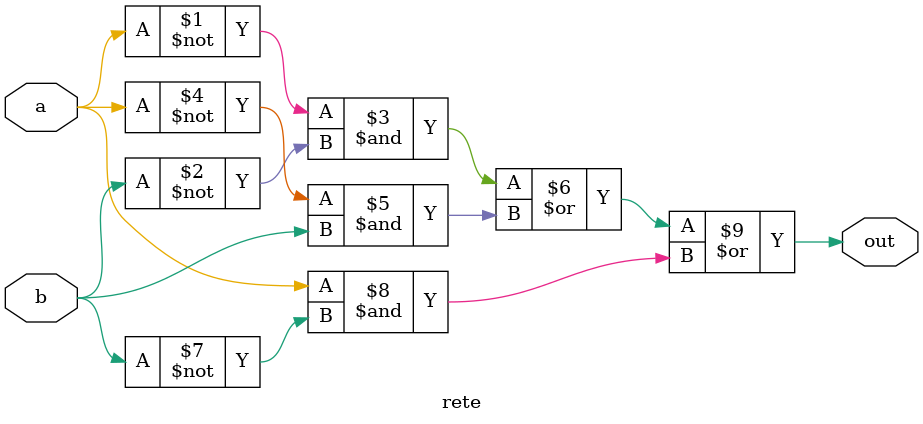
<source format=v>

module rete(output out, input a, input b);
	assign out = ~a & ~b | ~a & b | a & ~b;
endmodule

</source>
